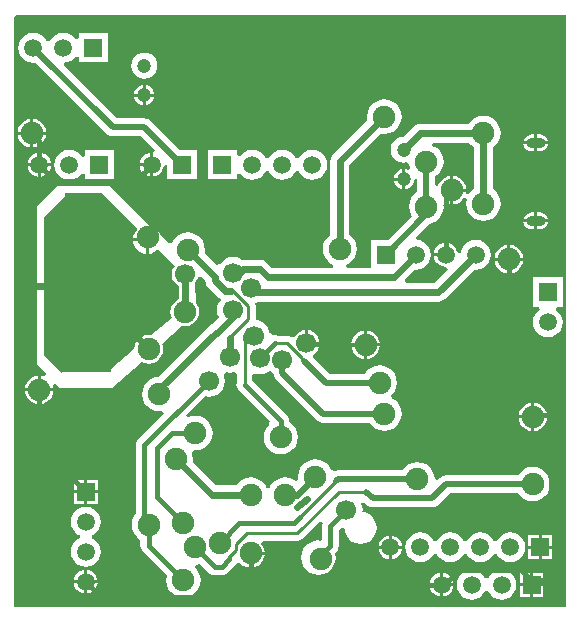
<source format=gbl>
G04*
G04 #@! TF.GenerationSoftware,Altium Limited,Altium Designer,18.1.5 (160)*
G04*
G04 Layer_Physical_Order=2*
G04 Layer_Color=16711680*
%FSLAX25Y25*%
%MOIN*%
G70*
G01*
G75*
%ADD13C,0.01000*%
%ADD67C,0.01968*%
%ADD68C,0.01575*%
%ADD71C,0.00984*%
%ADD72R,0.05906X0.05906*%
%ADD73C,0.05906*%
%ADD74O,0.06299X0.03543*%
%ADD75C,0.04724*%
%ADD76R,0.05906X0.05906*%
%ADD78C,0.02362*%
%ADD79C,0.07480*%
%ADD80C,0.06693*%
G36*
X506500Y500500D02*
X685000D01*
Y303000D01*
X501000D01*
Y499864D01*
X501700Y500556D01*
X506500Y500500D01*
D02*
G37*
%LPC*%
G36*
X517500Y494464D02*
X516215Y494295D01*
X515018Y493799D01*
X513990Y493010D01*
X513201Y491982D01*
X513033Y491575D01*
X511967D01*
X511799Y491982D01*
X511010Y493010D01*
X509982Y493799D01*
X508785Y494295D01*
X507500Y494464D01*
X506215Y494295D01*
X505018Y493799D01*
X503990Y493010D01*
X503201Y491982D01*
X502705Y490785D01*
X502536Y489500D01*
X502705Y488215D01*
X503201Y487018D01*
X503990Y485990D01*
X505018Y485201D01*
X506215Y484705D01*
X507500Y484536D01*
X508164Y484624D01*
X531894Y460894D01*
X532511Y460421D01*
X533229Y460123D01*
X534000Y460022D01*
X534000Y460022D01*
X543266D01*
X547931Y455357D01*
X547500Y454483D01*
Y450500D01*
Y446579D01*
X548032Y446649D01*
X548993Y447047D01*
X549819Y447681D01*
X550453Y448507D01*
X550851Y449468D01*
X550921Y450004D01*
X551891Y450530D01*
X551937Y450531D01*
X552079Y450443D01*
Y445579D01*
X561921D01*
Y455421D01*
X556291D01*
X546606Y465106D01*
X545989Y465579D01*
X545271Y465877D01*
X544500Y465978D01*
X535234D01*
X517649Y483563D01*
X518002Y484602D01*
X518785Y484705D01*
X519982Y485201D01*
X521010Y485990D01*
X521594Y486752D01*
X522579Y486418D01*
Y484579D01*
X532421D01*
Y494421D01*
X522579D01*
Y492582D01*
X521594Y492248D01*
X521010Y493010D01*
X519982Y493799D01*
X518785Y494295D01*
X517500Y494464D01*
D02*
G37*
G36*
X544500Y487868D02*
X543369Y487719D01*
X542316Y487283D01*
X541411Y486589D01*
X540717Y485684D01*
X540281Y484630D01*
X540132Y483500D01*
X540281Y482370D01*
X540717Y481316D01*
X541411Y480411D01*
X542316Y479717D01*
X543369Y479281D01*
X544500Y479132D01*
X545631Y479281D01*
X546684Y479717D01*
X547589Y480411D01*
X548283Y481316D01*
X548719Y482370D01*
X548868Y483500D01*
X548719Y484630D01*
X548283Y485684D01*
X547589Y486589D01*
X546684Y487283D01*
X545631Y487719D01*
X544500Y487868D01*
D02*
G37*
G36*
X545000Y476983D02*
Y474157D01*
X547825D01*
X547776Y474535D01*
X547437Y475353D01*
X546898Y476055D01*
X546196Y476594D01*
X545378Y476933D01*
X545000Y476983D01*
D02*
G37*
G36*
X544000D02*
X543622Y476933D01*
X542804Y476594D01*
X542102Y476055D01*
X541563Y475353D01*
X541224Y474535D01*
X541175Y474157D01*
X544000D01*
Y476983D01*
D02*
G37*
G36*
X547825Y473158D02*
X545000D01*
Y470332D01*
X545378Y470382D01*
X546196Y470721D01*
X546898Y471259D01*
X547437Y471962D01*
X547776Y472780D01*
X547825Y473158D01*
D02*
G37*
G36*
X544000D02*
X541175D01*
X541224Y472780D01*
X541563Y471962D01*
X542102Y471259D01*
X542804Y470721D01*
X543622Y470382D01*
X544000Y470332D01*
Y473158D01*
D02*
G37*
G36*
X507500Y465715D02*
Y461500D01*
X511715D01*
X511618Y462237D01*
X511140Y463390D01*
X510381Y464381D01*
X509390Y465140D01*
X508237Y465618D01*
X507500Y465715D01*
D02*
G37*
G36*
X506500D02*
X505763Y465618D01*
X504609Y465140D01*
X503619Y464381D01*
X502859Y463390D01*
X502382Y462237D01*
X502285Y461500D01*
X506500D01*
Y465715D01*
D02*
G37*
G36*
X676378Y460563D02*
X675500D01*
Y458268D01*
X679108D01*
X679078Y458491D01*
X678799Y459165D01*
X678355Y459745D01*
X677776Y460189D01*
X677102Y460468D01*
X676378Y460563D01*
D02*
G37*
G36*
X674500D02*
X673622D01*
X672898Y460468D01*
X672224Y460189D01*
X671645Y459745D01*
X671201Y459165D01*
X670922Y458491D01*
X670892Y458268D01*
X674500D01*
Y460563D01*
D02*
G37*
G36*
X511715Y460500D02*
X507500D01*
Y456285D01*
X508237Y456382D01*
X509390Y456859D01*
X510381Y457619D01*
X511140Y458609D01*
X511618Y459763D01*
X511715Y460500D01*
D02*
G37*
G36*
X506500D02*
X502285D01*
X502382Y459763D01*
X502859Y458609D01*
X503619Y457619D01*
X504609Y456859D01*
X505763Y456382D01*
X506500Y456285D01*
Y460500D01*
D02*
G37*
G36*
X679108Y457268D02*
X675500D01*
Y454972D01*
X676378D01*
X677102Y455067D01*
X677776Y455347D01*
X678355Y455791D01*
X678799Y456370D01*
X679078Y457044D01*
X679108Y457268D01*
D02*
G37*
G36*
X674500D02*
X670892D01*
X670922Y457044D01*
X671201Y456370D01*
X671645Y455791D01*
X672224Y455347D01*
X672898Y455067D01*
X673622Y454972D01*
X674500D01*
Y457268D01*
D02*
G37*
G36*
X600500Y455464D02*
X599215Y455295D01*
X598018Y454799D01*
X596990Y454010D01*
X596201Y452982D01*
X596033Y452575D01*
X594967D01*
X594799Y452982D01*
X594010Y454010D01*
X592982Y454799D01*
X591785Y455295D01*
X590500Y455464D01*
X589215Y455295D01*
X588018Y454799D01*
X586990Y454010D01*
X586201Y452982D01*
X586033Y452575D01*
X584967D01*
X584799Y452982D01*
X584010Y454010D01*
X582982Y454799D01*
X581785Y455295D01*
X580500Y455464D01*
X579215Y455295D01*
X578018Y454799D01*
X576990Y454010D01*
X576405Y453248D01*
X575421Y453582D01*
Y455421D01*
X565579D01*
Y445579D01*
X575421D01*
Y447418D01*
X576405Y447752D01*
X576990Y446990D01*
X578018Y446201D01*
X579215Y445705D01*
X580500Y445536D01*
X581785Y445705D01*
X582982Y446201D01*
X584010Y446990D01*
X584799Y448018D01*
X584967Y448425D01*
X586033D01*
X586201Y448018D01*
X586990Y446990D01*
X588018Y446201D01*
X589215Y445705D01*
X590500Y445536D01*
X591785Y445705D01*
X592982Y446201D01*
X594010Y446990D01*
X594799Y448018D01*
X594967Y448425D01*
X596033D01*
X596201Y448018D01*
X596990Y446990D01*
X598018Y446201D01*
X599215Y445705D01*
X600500Y445536D01*
X601785Y445705D01*
X602982Y446201D01*
X604010Y446990D01*
X604799Y448018D01*
X605295Y449215D01*
X605464Y450500D01*
X605295Y451785D01*
X604799Y452982D01*
X604010Y454010D01*
X602982Y454799D01*
X601785Y455295D01*
X600500Y455464D01*
D02*
G37*
G36*
X546500Y454421D02*
X545968Y454351D01*
X545007Y453953D01*
X544181Y453319D01*
X543547Y452493D01*
X543149Y451532D01*
X543079Y451000D01*
X546500D01*
Y454421D01*
D02*
G37*
G36*
X510000Y454382D02*
Y450961D01*
X513421D01*
X513351Y451493D01*
X512953Y452454D01*
X512319Y453280D01*
X511493Y453913D01*
X510532Y454312D01*
X510000Y454382D01*
D02*
G37*
G36*
X509000D02*
X508468Y454312D01*
X507507Y453913D01*
X506681Y453280D01*
X506047Y452454D01*
X505649Y451493D01*
X505579Y450961D01*
X509000D01*
Y454382D01*
D02*
G37*
G36*
X546500Y450000D02*
X543079D01*
X543149Y449468D01*
X543547Y448507D01*
X544181Y447681D01*
X545007Y447047D01*
X545968Y446649D01*
X546500Y446579D01*
Y450000D01*
D02*
G37*
G36*
X513421Y449961D02*
X510000D01*
Y446540D01*
X510532Y446610D01*
X511493Y447008D01*
X512319Y447642D01*
X512953Y448467D01*
X513351Y449429D01*
X513421Y449961D01*
D02*
G37*
G36*
X509000D02*
X505579D01*
X505649Y449429D01*
X506047Y448467D01*
X506681Y447642D01*
X507507Y447008D01*
X508468Y446610D01*
X509000Y446540D01*
Y449961D01*
D02*
G37*
G36*
X630500Y448983D02*
X630122Y448933D01*
X629304Y448594D01*
X628602Y448055D01*
X628063Y447353D01*
X627724Y446535D01*
X627675Y446158D01*
X630500D01*
Y448983D01*
D02*
G37*
G36*
X519500Y455424D02*
X518215Y455255D01*
X517018Y454759D01*
X515990Y453970D01*
X515201Y452943D01*
X514705Y451745D01*
X514536Y450461D01*
X514705Y449176D01*
X515201Y447979D01*
X515990Y446951D01*
X517018Y446162D01*
X518215Y445666D01*
X519500Y445497D01*
X520785Y445666D01*
X521982Y446162D01*
X523010Y446951D01*
X523595Y447713D01*
X524579Y447378D01*
Y445539D01*
X534421D01*
Y455382D01*
X524579D01*
Y453543D01*
X523595Y453209D01*
X523010Y453970D01*
X521982Y454759D01*
X520785Y455255D01*
X519500Y455424D01*
D02*
G37*
G36*
X647500Y446715D02*
Y442500D01*
X651715D01*
X651618Y443237D01*
X651140Y444390D01*
X650381Y445381D01*
X649391Y446140D01*
X648237Y446618D01*
X647500Y446715D01*
D02*
G37*
G36*
X630500Y445157D02*
X627675D01*
X627724Y444780D01*
X628063Y443962D01*
X628602Y443259D01*
X629304Y442721D01*
X630122Y442382D01*
X630500Y442332D01*
Y445157D01*
D02*
G37*
G36*
X624500Y472258D02*
X623010Y472062D01*
X621621Y471487D01*
X620429Y470572D01*
X619514Y469379D01*
X618938Y467990D01*
X618742Y466500D01*
X618889Y465382D01*
X607419Y453912D01*
X606914Y453254D01*
X606597Y452488D01*
X606489Y451665D01*
Y427222D01*
X605594Y426536D01*
X604679Y425344D01*
X604104Y423955D01*
X603907Y422465D01*
X604104Y420974D01*
X604679Y419586D01*
X605594Y418393D01*
X606786Y417478D01*
X607552Y417161D01*
X607356Y416177D01*
X587011D01*
X585340Y417849D01*
X584682Y418354D01*
X583916Y418671D01*
X583093Y418779D01*
X577472D01*
X577180Y418741D01*
X576759Y419064D01*
X575466Y419599D01*
X574079Y419782D01*
X572691Y419599D01*
X571398Y419064D01*
X570288Y418212D01*
X569659Y417391D01*
X568508Y417150D01*
X564611Y421047D01*
X564758Y422165D01*
X564562Y423656D01*
X563986Y425044D01*
X563071Y426237D01*
X561879Y427152D01*
X560490Y427727D01*
X559000Y427923D01*
X557510Y427727D01*
X556121Y427152D01*
X554928Y426237D01*
X554013Y425044D01*
X553809Y424551D01*
X552641Y424303D01*
X550131Y426693D01*
X550125Y426737D01*
X549647Y427890D01*
X548887Y428881D01*
X547897Y429640D01*
X546744Y430118D01*
X546499Y430150D01*
X533000Y443000D01*
Y443259D01*
X515740D01*
X515500Y443500D01*
X508586Y436586D01*
Y383906D01*
X511713Y380780D01*
X511155Y379945D01*
X510737Y380118D01*
X510000Y380215D01*
Y376000D01*
X514215D01*
X514118Y376737D01*
X513945Y377155D01*
X514780Y377713D01*
X516336Y376156D01*
Y376000D01*
X533795D01*
X543712Y384817D01*
X544763Y384382D01*
X546000Y384219D01*
X547237Y384382D01*
X548390Y384859D01*
X549381Y385619D01*
X550140Y386610D01*
X550618Y387763D01*
X550781Y389000D01*
X550618Y390237D01*
X550400Y390764D01*
X557214Y396822D01*
X558000Y396719D01*
X559237Y396882D01*
X560391Y397359D01*
X561381Y398119D01*
X562141Y399110D01*
X562618Y400263D01*
X562781Y401500D01*
X562618Y402737D01*
X562141Y403891D01*
X561790Y404347D01*
X561530Y411460D01*
X561797Y411808D01*
X562235Y412865D01*
X562256Y413025D01*
X563295Y413378D01*
X564803Y411870D01*
X564908Y411071D01*
X565225Y410305D01*
X565730Y409647D01*
X569305Y406073D01*
X569963Y405568D01*
X569982Y405495D01*
X569357Y404680D01*
X568822Y403387D01*
X568639Y402000D01*
X568822Y400612D01*
X569240Y399602D01*
X566996Y397358D01*
X566831Y397290D01*
X566173Y396785D01*
X549092Y379704D01*
X548010Y379562D01*
X546621Y378987D01*
X545429Y378071D01*
X544514Y376879D01*
X543938Y375490D01*
X543742Y374000D01*
X543938Y372510D01*
X544514Y371121D01*
X545429Y369929D01*
X546621Y369014D01*
X548010Y368438D01*
X549500Y368242D01*
X550558Y368381D01*
X551018Y367449D01*
X542534Y358965D01*
X542093Y358390D01*
X541815Y357719D01*
X541720Y357000D01*
Y334300D01*
X541013Y333379D01*
X540438Y331990D01*
X540242Y330500D01*
X540438Y329010D01*
X541013Y327621D01*
X541928Y326429D01*
X543121Y325514D01*
X543220Y325472D01*
Y323500D01*
X543315Y322781D01*
X543593Y322110D01*
X544034Y321534D01*
X551979Y313590D01*
X551938Y313490D01*
X551742Y312000D01*
X551938Y310510D01*
X552514Y309121D01*
X553429Y307928D01*
X554621Y307014D01*
X556010Y306438D01*
X557500Y306242D01*
X558990Y306438D01*
X560379Y307014D01*
X561572Y307928D01*
X562487Y309121D01*
X563062Y310510D01*
X563258Y312000D01*
X563062Y313490D01*
X562487Y314879D01*
X561572Y316072D01*
X561377Y316220D01*
X561439Y316712D01*
X561691Y317220D01*
X562990Y317391D01*
X563090Y317432D01*
X565987Y314534D01*
X566563Y314093D01*
X567233Y313815D01*
X567953Y313720D01*
X570284D01*
X571003Y313815D01*
X571673Y314093D01*
X572249Y314534D01*
X574830Y317115D01*
X575272Y317691D01*
X576393Y317827D01*
X576553Y317619D01*
X577543Y316860D01*
X578696Y316382D01*
X579434Y316285D01*
Y321000D01*
X579934D01*
Y321500D01*
X584649D01*
X584552Y322237D01*
X584074Y323391D01*
X583541Y324085D01*
X583940Y325070D01*
X595425D01*
X596388Y325261D01*
X597205Y325807D01*
X603135Y331738D01*
X603970Y331180D01*
X603815Y330806D01*
X603720Y330087D01*
Y325844D01*
X602980Y325195D01*
X602500Y325258D01*
X601010Y325062D01*
X599621Y324486D01*
X598428Y323571D01*
X597513Y322379D01*
X596938Y320990D01*
X596742Y319500D01*
X596938Y318010D01*
X597513Y316621D01*
X598428Y315428D01*
X599621Y314513D01*
X601010Y313938D01*
X602500Y313742D01*
X603990Y313938D01*
X605379Y314513D01*
X606571Y315428D01*
X607486Y316621D01*
X608062Y318010D01*
X608258Y319500D01*
X608062Y320990D01*
X608021Y321090D01*
X608465Y321534D01*
X608907Y322110D01*
X609185Y322781D01*
X609280Y323500D01*
Y328662D01*
X610062Y329423D01*
X611035Y329385D01*
X611263Y329131D01*
X611397Y328113D01*
X611932Y326820D01*
X612784Y325709D01*
X613894Y324857D01*
X615187Y324322D01*
X616575Y324139D01*
X617962Y324322D01*
X619255Y324857D01*
X620365Y325709D01*
X621217Y326820D01*
X621753Y328113D01*
X621936Y329500D01*
X621753Y330888D01*
X621217Y332180D01*
X620365Y333291D01*
X619255Y334143D01*
X617962Y334678D01*
X617180Y334781D01*
X617274Y335500D01*
X617092Y336888D01*
X616796Y337600D01*
X617631Y338157D01*
X618532Y337256D01*
X619149Y336783D01*
X619867Y336486D01*
X620638Y336384D01*
X640516D01*
X641287Y336486D01*
X642005Y336783D01*
X642622Y337256D01*
X646387Y341022D01*
X669090D01*
X669929Y339929D01*
X671121Y339014D01*
X672510Y338438D01*
X674000Y338242D01*
X675490Y338438D01*
X676879Y339014D01*
X678071Y339929D01*
X678987Y341121D01*
X679562Y342510D01*
X679758Y344000D01*
X679562Y345490D01*
X678987Y346879D01*
X678071Y348072D01*
X676879Y348987D01*
X675490Y349562D01*
X674000Y349758D01*
X672510Y349562D01*
X671121Y348987D01*
X669929Y348072D01*
X669090Y346978D01*
X645154D01*
X645154Y346978D01*
X644383Y346877D01*
X643665Y346579D01*
X643048Y346106D01*
X643048Y346106D01*
X642197Y345255D01*
X641378Y345610D01*
X641253Y345703D01*
X641062Y347152D01*
X640486Y348540D01*
X639572Y349733D01*
X638379Y350648D01*
X636990Y351223D01*
X635500Y351419D01*
X634010Y351223D01*
X632621Y350648D01*
X631428Y349733D01*
X630590Y348640D01*
X609162D01*
X609161Y348640D01*
X608776Y348589D01*
X608391Y348538D01*
X607971Y348364D01*
X607075Y348577D01*
X606740Y348766D01*
X606487Y349379D01*
X605572Y350571D01*
X604379Y351486D01*
X602990Y352062D01*
X601500Y352258D01*
X600010Y352062D01*
X598621Y351486D01*
X597429Y350571D01*
X596514Y349379D01*
X595938Y347990D01*
X595742Y346500D01*
X595862Y345589D01*
X595097Y344935D01*
X594379Y345486D01*
X592990Y346062D01*
X591500Y346258D01*
X590010Y346062D01*
X588621Y345486D01*
X587429Y344571D01*
X586514Y343379D01*
X586283Y342822D01*
X585217D01*
X584986Y343379D01*
X584071Y344571D01*
X582879Y345486D01*
X581490Y346062D01*
X580000Y346258D01*
X578510Y346062D01*
X577121Y345486D01*
X575928Y344571D01*
X575242Y343677D01*
X568316D01*
X560611Y351382D01*
X560758Y352500D01*
X560562Y353990D01*
X560394Y354395D01*
X561086Y355297D01*
X561500Y355242D01*
X562990Y355438D01*
X564379Y356013D01*
X565571Y356928D01*
X566487Y358121D01*
X567062Y359510D01*
X567258Y361000D01*
X567062Y362490D01*
X566487Y363879D01*
X565571Y365072D01*
X564379Y365986D01*
X562990Y366562D01*
X561500Y366758D01*
X560010Y366562D01*
X558943Y366120D01*
X558385Y366954D01*
X564737Y373306D01*
X566000Y373139D01*
X567387Y373322D01*
X568680Y373857D01*
X569791Y374709D01*
X570643Y375820D01*
X571178Y377113D01*
X571361Y378500D01*
X571178Y379888D01*
X570904Y380550D01*
X571521Y381222D01*
X571652Y381317D01*
X573000Y381139D01*
X574388Y381322D01*
X574665Y381437D01*
X575483Y380890D01*
Y378287D01*
X575315Y377881D01*
X575220Y377161D01*
X575315Y376442D01*
X575593Y375772D01*
X576034Y375196D01*
X586288Y364942D01*
X586224Y363960D01*
X585928Y363733D01*
X585013Y362540D01*
X584438Y361152D01*
X584242Y359661D01*
X584438Y358171D01*
X585013Y356783D01*
X585928Y355590D01*
X587121Y354675D01*
X588510Y354100D01*
X590000Y353904D01*
X591490Y354100D01*
X592879Y354675D01*
X594071Y355590D01*
X594986Y356783D01*
X595562Y358171D01*
X595758Y359661D01*
X595562Y361152D01*
X594986Y362540D01*
X594071Y363733D01*
X592879Y364648D01*
X592780Y364689D01*
Y365161D01*
X592685Y365881D01*
X592407Y366551D01*
X591965Y367127D01*
X580517Y378576D01*
Y380390D01*
X581335Y380937D01*
X581612Y380822D01*
X583000Y380639D01*
X584387Y380822D01*
X585680Y381357D01*
X586498Y381985D01*
X586709Y381709D01*
X587522Y381086D01*
Y381000D01*
X587623Y380229D01*
X587921Y379511D01*
X588394Y378894D01*
X601894Y365394D01*
X601894Y365394D01*
X602511Y364921D01*
X603229Y364623D01*
X604000Y364522D01*
X619590D01*
X620429Y363428D01*
X621621Y362513D01*
X623010Y361938D01*
X624500Y361742D01*
X625990Y361938D01*
X627379Y362513D01*
X628572Y363428D01*
X629487Y364621D01*
X630062Y366010D01*
X630258Y367500D01*
X630062Y368990D01*
X629487Y370379D01*
X628572Y371571D01*
X627379Y372486D01*
X626960Y372660D01*
X626831Y373636D01*
X626997Y373763D01*
X627912Y374956D01*
X628487Y376344D01*
X628683Y377835D01*
X628487Y379325D01*
X627912Y380714D01*
X626997Y381906D01*
X625804Y382821D01*
X624415Y383396D01*
X622925Y383593D01*
X621435Y383396D01*
X620046Y382821D01*
X618854Y381906D01*
X618015Y380813D01*
X606351D01*
X600857Y386306D01*
X601066Y387490D01*
X601600Y387900D01*
X602297Y388808D01*
X602735Y389865D01*
X602818Y390500D01*
X598500D01*
Y391000D01*
X598000D01*
Y395318D01*
X597365Y395235D01*
X596308Y394797D01*
X595400Y394100D01*
X594703Y393192D01*
X594643Y393045D01*
X593523Y392915D01*
X592910Y393325D01*
X591947Y393517D01*
X589125D01*
X588719Y393685D01*
X588000Y393780D01*
X587328Y393691D01*
X587272Y393690D01*
X586252Y394324D01*
X586178Y394887D01*
X585643Y396180D01*
X584791Y397291D01*
X583680Y398143D01*
X582387Y398678D01*
X582019Y398727D01*
X581709Y399160D01*
Y403472D01*
X581529Y404380D01*
X582598Y404823D01*
X642500D01*
X643322Y404931D01*
X644088Y405249D01*
X644746Y405754D01*
X654584Y415591D01*
X655000Y415536D01*
X656285Y415705D01*
X657482Y416201D01*
X658510Y416990D01*
X659299Y418018D01*
X659795Y419215D01*
X659964Y420500D01*
X659795Y421785D01*
X659299Y422982D01*
X658510Y424010D01*
X657482Y424799D01*
X656285Y425295D01*
X655000Y425464D01*
X653715Y425295D01*
X652518Y424799D01*
X651490Y424010D01*
X650701Y422982D01*
X650205Y421785D01*
X650089Y420896D01*
X649941Y420795D01*
X648888Y421263D01*
X648886Y421269D01*
X648851Y421532D01*
X648453Y422493D01*
X647819Y423319D01*
X646993Y423953D01*
X646032Y424351D01*
X645500Y424421D01*
Y420500D01*
X645000D01*
Y420000D01*
X641079D01*
X641149Y419468D01*
X641547Y418507D01*
X642181Y417681D01*
X643007Y417047D01*
X643968Y416649D01*
X645000Y416513D01*
X645148Y416533D01*
X645608Y415600D01*
X641184Y411177D01*
X631651D01*
X631275Y412086D01*
X634757Y415568D01*
X635000Y415536D01*
X636285Y415705D01*
X637482Y416201D01*
X638510Y416990D01*
X639299Y418018D01*
X639795Y419215D01*
X639964Y420500D01*
X639795Y421785D01*
X639299Y422982D01*
X638510Y424010D01*
X637482Y424799D01*
X636285Y425295D01*
X635501Y425398D01*
X635149Y426437D01*
X639599Y430887D01*
X639990Y430938D01*
X641379Y431514D01*
X642571Y432429D01*
X643486Y433621D01*
X644062Y435010D01*
X644258Y436500D01*
X644194Y436989D01*
X645098Y437657D01*
X645763Y437382D01*
X646500Y437285D01*
Y442000D01*
Y446715D01*
X645763Y446618D01*
X644609Y446140D01*
X643619Y445381D01*
X642860Y444390D01*
X642462Y443432D01*
X641478Y443628D01*
Y446590D01*
X642571Y447429D01*
X643486Y448621D01*
X644062Y450010D01*
X644258Y451500D01*
X644062Y452990D01*
X643486Y454379D01*
X642571Y455572D01*
X641379Y456487D01*
X640528Y456839D01*
X640724Y457823D01*
X652742D01*
X653429Y456928D01*
X654323Y456242D01*
Y442258D01*
X653429Y441572D01*
X652514Y440379D01*
X651618Y440763D01*
X651715Y441500D01*
X647500D01*
Y437285D01*
X648237Y437382D01*
X649391Y437859D01*
X650381Y438619D01*
X651140Y439609D01*
X652031Y439214D01*
X651938Y438990D01*
X651742Y437500D01*
X651938Y436010D01*
X652514Y434621D01*
X653429Y433428D01*
X654621Y432514D01*
X656010Y431938D01*
X657500Y431742D01*
X658990Y431938D01*
X660379Y432514D01*
X661572Y433428D01*
X662487Y434621D01*
X663062Y436010D01*
X663258Y437500D01*
X663062Y438990D01*
X662487Y440379D01*
X661572Y441572D01*
X660677Y442258D01*
Y456242D01*
X661572Y456928D01*
X662487Y458121D01*
X663062Y459510D01*
X663258Y461000D01*
X663062Y462490D01*
X662487Y463879D01*
X661572Y465071D01*
X660379Y465986D01*
X658990Y466562D01*
X657500Y466758D01*
X656010Y466562D01*
X654621Y465986D01*
X653429Y465071D01*
X652742Y464177D01*
X636500D01*
X635678Y464069D01*
X634912Y463751D01*
X634254Y463246D01*
X630857Y459849D01*
X629870Y459719D01*
X628816Y459283D01*
X627911Y458589D01*
X627217Y457684D01*
X626781Y456631D01*
X626632Y455500D01*
X626781Y454369D01*
X627217Y453316D01*
X627911Y452411D01*
X628816Y451717D01*
X629870Y451281D01*
X631000Y451132D01*
X631869Y451246D01*
X632130Y451281D01*
X632871Y450522D01*
X632938Y450010D01*
X633189Y449403D01*
X633141Y449324D01*
X632410Y448713D01*
X631878Y448933D01*
X631500Y448983D01*
Y445657D01*
Y442332D01*
X631878Y442382D01*
X632696Y442721D01*
X633398Y443259D01*
X633937Y443962D01*
X634276Y444780D01*
X634363Y445446D01*
X634899Y445880D01*
X635330Y446068D01*
X635475Y445997D01*
X635522Y445932D01*
Y441410D01*
X634429Y440571D01*
X633513Y439379D01*
X632938Y437990D01*
X632742Y436500D01*
X632938Y435010D01*
X633513Y433621D01*
X633685Y433397D01*
X625709Y425421D01*
X620079D01*
Y416177D01*
X611975D01*
X611779Y417161D01*
X612544Y417478D01*
X613737Y418393D01*
X614652Y419586D01*
X615227Y420974D01*
X615423Y422465D01*
X615227Y423955D01*
X614652Y425344D01*
X613737Y426536D01*
X612842Y427222D01*
Y450350D01*
X623382Y460889D01*
X624500Y460742D01*
X625990Y460938D01*
X627379Y461514D01*
X628572Y462429D01*
X629487Y463621D01*
X630062Y465010D01*
X630258Y466500D01*
X630062Y467990D01*
X629487Y469379D01*
X628572Y470572D01*
X627379Y471487D01*
X625990Y472062D01*
X624500Y472258D01*
D02*
G37*
G36*
X676378Y434579D02*
X675500D01*
Y432283D01*
X679108D01*
X679078Y432507D01*
X678799Y433181D01*
X678355Y433760D01*
X677776Y434204D01*
X677102Y434484D01*
X676378Y434579D01*
D02*
G37*
G36*
X674500D02*
X673622D01*
X672898Y434484D01*
X672224Y434204D01*
X671645Y433760D01*
X671201Y433181D01*
X670922Y432507D01*
X670892Y432283D01*
X674500D01*
Y434579D01*
D02*
G37*
G36*
X679108Y431283D02*
X675500D01*
Y428988D01*
X676378D01*
X677102Y429083D01*
X677776Y429362D01*
X678355Y429807D01*
X678799Y430386D01*
X679078Y431060D01*
X679108Y431283D01*
D02*
G37*
G36*
X674500D02*
X670892D01*
X670922Y431060D01*
X671201Y430386D01*
X671645Y429807D01*
X672224Y429362D01*
X672898Y429083D01*
X673622Y428988D01*
X674500D01*
Y431283D01*
D02*
G37*
G36*
X644500Y424421D02*
X643968Y424351D01*
X643007Y423953D01*
X642181Y423319D01*
X641547Y422493D01*
X641149Y421532D01*
X641079Y421000D01*
X644500D01*
Y424421D01*
D02*
G37*
G36*
X666500Y423715D02*
Y419500D01*
X670715D01*
X670618Y420237D01*
X670141Y421390D01*
X669381Y422381D01*
X668391Y423140D01*
X667237Y423618D01*
X666500Y423715D01*
D02*
G37*
G36*
X665500D02*
X664763Y423618D01*
X663610Y423140D01*
X662619Y422381D01*
X661860Y421390D01*
X661382Y420237D01*
X661285Y419500D01*
X665500D01*
Y423715D01*
D02*
G37*
G36*
X670715Y418500D02*
X666500D01*
Y414285D01*
X667237Y414382D01*
X668391Y414859D01*
X669381Y415619D01*
X670141Y416609D01*
X670618Y417763D01*
X670715Y418500D01*
D02*
G37*
G36*
X665500D02*
X661285D01*
X661382Y417763D01*
X661860Y416609D01*
X662619Y415619D01*
X663610Y414859D01*
X664763Y414382D01*
X665500Y414285D01*
Y418500D01*
D02*
G37*
G36*
X683921Y412921D02*
X674079D01*
Y403079D01*
X675918D01*
X676252Y402095D01*
X675490Y401510D01*
X674701Y400482D01*
X674205Y399285D01*
X674036Y398000D01*
X674205Y396715D01*
X674701Y395518D01*
X675490Y394490D01*
X676518Y393701D01*
X677715Y393205D01*
X679000Y393036D01*
X680285Y393205D01*
X681482Y393701D01*
X682510Y394490D01*
X683299Y395518D01*
X683795Y396715D01*
X683964Y398000D01*
X683795Y399285D01*
X683299Y400482D01*
X682510Y401510D01*
X681748Y402095D01*
X682082Y403079D01*
X683921D01*
Y412921D01*
D02*
G37*
G36*
X599000Y395318D02*
Y391500D01*
X602818D01*
X602735Y392135D01*
X602297Y393192D01*
X601600Y394100D01*
X600692Y394797D01*
X599635Y395235D01*
X599000Y395318D01*
D02*
G37*
G36*
X618736Y395215D02*
Y391000D01*
X622951D01*
X622854Y391737D01*
X622377Y392891D01*
X621617Y393881D01*
X620627Y394640D01*
X619474Y395118D01*
X618736Y395215D01*
D02*
G37*
G36*
X617736D02*
X616999Y395118D01*
X615846Y394640D01*
X614855Y393881D01*
X614096Y392891D01*
X613618Y391737D01*
X613521Y391000D01*
X617736D01*
Y395215D01*
D02*
G37*
G36*
X622951Y390000D02*
X618736D01*
Y385785D01*
X619474Y385882D01*
X620627Y386360D01*
X621617Y387119D01*
X622377Y388109D01*
X622854Y389263D01*
X622951Y390000D01*
D02*
G37*
G36*
X617736D02*
X613521D01*
X613618Y389263D01*
X614096Y388109D01*
X614855Y387119D01*
X615846Y386360D01*
X616999Y385882D01*
X617736Y385785D01*
Y390000D01*
D02*
G37*
G36*
X509000Y380215D02*
X508263Y380118D01*
X507109Y379641D01*
X506119Y378881D01*
X505360Y377890D01*
X504882Y376737D01*
X504785Y376000D01*
X509000D01*
Y380215D01*
D02*
G37*
G36*
X514215Y375000D02*
X510000D01*
Y370785D01*
X510737Y370882D01*
X511891Y371359D01*
X512881Y372119D01*
X513640Y373110D01*
X514118Y374263D01*
X514215Y375000D01*
D02*
G37*
G36*
X509000D02*
X504785D01*
X504882Y374263D01*
X505360Y373110D01*
X506119Y372119D01*
X507109Y371359D01*
X508263Y370882D01*
X509000Y370785D01*
Y375000D01*
D02*
G37*
G36*
X674500Y371215D02*
Y367000D01*
X678715D01*
X678618Y367737D01*
X678140Y368891D01*
X677381Y369881D01*
X676391Y370640D01*
X675237Y371118D01*
X674500Y371215D01*
D02*
G37*
G36*
X673500D02*
X672763Y371118D01*
X671609Y370640D01*
X670619Y369881D01*
X669860Y368891D01*
X669382Y367737D01*
X669285Y367000D01*
X673500D01*
Y371215D01*
D02*
G37*
G36*
X678715Y366000D02*
X674500D01*
Y361785D01*
X675237Y361882D01*
X676391Y362359D01*
X677381Y363119D01*
X678140Y364109D01*
X678618Y365263D01*
X678715Y366000D01*
D02*
G37*
G36*
X673500D02*
X669285D01*
X669382Y365263D01*
X669860Y364109D01*
X670619Y363119D01*
X671609Y362359D01*
X672763Y361882D01*
X673500Y361785D01*
Y366000D01*
D02*
G37*
G36*
X528953Y345453D02*
X525500D01*
Y342000D01*
X528953D01*
Y345453D01*
D02*
G37*
G36*
X524500D02*
X521047D01*
Y342000D01*
X524500D01*
Y345453D01*
D02*
G37*
G36*
X528953Y341000D02*
X525500D01*
Y337547D01*
X528953D01*
Y341000D01*
D02*
G37*
G36*
X524500D02*
X521047D01*
Y337547D01*
X524500D01*
Y341000D01*
D02*
G37*
G36*
X666500Y327917D02*
X665215Y327747D01*
X664018Y327252D01*
X662990Y326463D01*
X662201Y325435D01*
X662033Y325028D01*
X660967D01*
X660799Y325435D01*
X660010Y326463D01*
X658982Y327252D01*
X657785Y327747D01*
X656500Y327917D01*
X655215Y327747D01*
X654018Y327252D01*
X652990Y326463D01*
X652201Y325435D01*
X652033Y325028D01*
X650967D01*
X650799Y325435D01*
X650010Y326463D01*
X648982Y327252D01*
X647785Y327747D01*
X646500Y327917D01*
X645215Y327747D01*
X644018Y327252D01*
X642990Y326463D01*
X642201Y325435D01*
X642033Y325028D01*
X640967D01*
X640799Y325435D01*
X640010Y326463D01*
X638982Y327252D01*
X637785Y327747D01*
X636500Y327917D01*
X635215Y327747D01*
X634018Y327252D01*
X632990Y326463D01*
X632201Y325435D01*
X631705Y324237D01*
X631536Y322953D01*
X631705Y321668D01*
X632201Y320471D01*
X632990Y319443D01*
X634018Y318654D01*
X635215Y318158D01*
X636500Y317989D01*
X637785Y318158D01*
X638982Y318654D01*
X640010Y319443D01*
X640799Y320471D01*
X640967Y320878D01*
X642033D01*
X642201Y320471D01*
X642990Y319443D01*
X644018Y318654D01*
X645215Y318158D01*
X646500Y317989D01*
X647785Y318158D01*
X648982Y318654D01*
X650010Y319443D01*
X650799Y320471D01*
X650967Y320878D01*
X652033D01*
X652201Y320471D01*
X652990Y319443D01*
X654018Y318654D01*
X655215Y318158D01*
X656500Y317989D01*
X657785Y318158D01*
X658982Y318654D01*
X660010Y319443D01*
X660799Y320471D01*
X660967Y320878D01*
X662033D01*
X662201Y320471D01*
X662990Y319443D01*
X664018Y318654D01*
X665215Y318158D01*
X666500Y317989D01*
X667785Y318158D01*
X668982Y318654D01*
X670010Y319443D01*
X670799Y320471D01*
X671295Y321668D01*
X671464Y322953D01*
X671295Y324237D01*
X670799Y325435D01*
X670010Y326463D01*
X668982Y327252D01*
X667785Y327747D01*
X666500Y327917D01*
D02*
G37*
G36*
X680453Y326905D02*
X677000D01*
Y323453D01*
X680453D01*
Y326905D01*
D02*
G37*
G36*
X627000Y326874D02*
Y323453D01*
X630421D01*
X630351Y323985D01*
X629953Y324946D01*
X629319Y325772D01*
X628493Y326406D01*
X627532Y326804D01*
X627000Y326874D01*
D02*
G37*
G36*
X626000D02*
X625468Y326804D01*
X624507Y326406D01*
X623681Y325772D01*
X623047Y324946D01*
X622649Y323985D01*
X622579Y323453D01*
X626000D01*
Y326874D01*
D02*
G37*
G36*
X676000Y326905D02*
X672547D01*
Y323453D01*
X676000D01*
Y326905D01*
D02*
G37*
G36*
X630421Y322453D02*
X627000D01*
Y319032D01*
X627532Y319102D01*
X628493Y319500D01*
X629319Y320134D01*
X629953Y320959D01*
X630351Y321921D01*
X630421Y322453D01*
D02*
G37*
G36*
X626000D02*
X622579D01*
X622649Y321921D01*
X623047Y320959D01*
X623681Y320134D01*
X624507Y319500D01*
X625468Y319102D01*
X626000Y319032D01*
Y322453D01*
D02*
G37*
G36*
X680453D02*
X677000D01*
Y319000D01*
X680453D01*
Y322453D01*
D02*
G37*
G36*
X676000D02*
X672547D01*
Y319000D01*
X676000D01*
Y322453D01*
D02*
G37*
G36*
X525000Y336464D02*
X523715Y336295D01*
X522518Y335799D01*
X521490Y335010D01*
X520701Y333982D01*
X520205Y332785D01*
X520036Y331500D01*
X520205Y330215D01*
X520701Y329018D01*
X521490Y327990D01*
X522518Y327201D01*
X522925Y327033D01*
Y325967D01*
X522518Y325799D01*
X521490Y325010D01*
X520701Y323982D01*
X520205Y322785D01*
X520036Y321500D01*
X520205Y320215D01*
X520701Y319018D01*
X521490Y317990D01*
X522518Y317201D01*
X523715Y316705D01*
X525000Y316536D01*
X526285Y316705D01*
X527482Y317201D01*
X528510Y317990D01*
X529299Y319018D01*
X529795Y320215D01*
X529964Y321500D01*
X529795Y322785D01*
X529299Y323982D01*
X528510Y325010D01*
X527482Y325799D01*
X527075Y325967D01*
Y327033D01*
X527482Y327201D01*
X528510Y327990D01*
X529299Y329018D01*
X529795Y330215D01*
X529964Y331500D01*
X529795Y332785D01*
X529299Y333982D01*
X528510Y335010D01*
X527482Y335799D01*
X526285Y336295D01*
X525000Y336464D01*
D02*
G37*
G36*
X584649Y320500D02*
X580434D01*
Y316285D01*
X581171Y316382D01*
X582324Y316860D01*
X583315Y317619D01*
X584074Y318609D01*
X584552Y319763D01*
X584649Y320500D01*
D02*
G37*
G36*
X663575Y315464D02*
X662290Y315295D01*
X661093Y314799D01*
X660065Y314010D01*
X659276Y312982D01*
X659107Y312575D01*
X658042D01*
X657873Y312982D01*
X657085Y314010D01*
X656057Y314799D01*
X654859Y315295D01*
X653575Y315464D01*
X652290Y315295D01*
X651093Y314799D01*
X650065Y314010D01*
X649276Y312982D01*
X648780Y311785D01*
X648611Y310500D01*
X648780Y309215D01*
X649276Y308018D01*
X650065Y306990D01*
X651093Y306201D01*
X652290Y305705D01*
X653575Y305536D01*
X654859Y305705D01*
X656057Y306201D01*
X657085Y306990D01*
X657873Y308018D01*
X658042Y308425D01*
X659107D01*
X659276Y308018D01*
X660065Y306990D01*
X661093Y306201D01*
X662290Y305705D01*
X663575Y305536D01*
X664859Y305705D01*
X666057Y306201D01*
X667085Y306990D01*
X667873Y308018D01*
X668369Y309215D01*
X668539Y310500D01*
X668369Y311785D01*
X667873Y312982D01*
X667085Y314010D01*
X666057Y314799D01*
X664859Y315295D01*
X663575Y315464D01*
D02*
G37*
G36*
X525500Y315421D02*
Y312000D01*
X528921D01*
X528851Y312532D01*
X528453Y313493D01*
X527819Y314319D01*
X526993Y314953D01*
X526032Y315351D01*
X525500Y315421D01*
D02*
G37*
G36*
X524500D02*
X523968Y315351D01*
X523007Y314953D01*
X522181Y314319D01*
X521547Y313493D01*
X521149Y312532D01*
X521079Y312000D01*
X524500D01*
Y315421D01*
D02*
G37*
G36*
X677528Y314453D02*
X674075D01*
Y311000D01*
X677528D01*
Y314453D01*
D02*
G37*
G36*
X644075Y314421D02*
Y311000D01*
X647496D01*
X647426Y311532D01*
X647027Y312493D01*
X646394Y313319D01*
X645568Y313953D01*
X644607Y314351D01*
X644075Y314421D01*
D02*
G37*
G36*
X643075D02*
X642543Y314351D01*
X641581Y313953D01*
X640756Y313319D01*
X640122Y312493D01*
X639724Y311532D01*
X639654Y311000D01*
X643075D01*
Y314421D01*
D02*
G37*
G36*
X673075Y314453D02*
X669622D01*
Y311000D01*
X673075D01*
Y314453D01*
D02*
G37*
G36*
X528921Y311000D02*
X525500D01*
Y307579D01*
X526032Y307649D01*
X526993Y308047D01*
X527819Y308681D01*
X528453Y309507D01*
X528851Y310468D01*
X528921Y311000D01*
D02*
G37*
G36*
X524500D02*
X521079D01*
X521149Y310468D01*
X521547Y309507D01*
X522181Y308681D01*
X523007Y308047D01*
X523968Y307649D01*
X524500Y307579D01*
Y311000D01*
D02*
G37*
G36*
X647496Y310000D02*
X644075D01*
Y306579D01*
X644607Y306649D01*
X645568Y307047D01*
X646394Y307681D01*
X647027Y308507D01*
X647426Y309468D01*
X647496Y310000D01*
D02*
G37*
G36*
X643075D02*
X639654D01*
X639724Y309468D01*
X640122Y308507D01*
X640756Y307681D01*
X641581Y307047D01*
X642543Y306649D01*
X643075Y306579D01*
Y310000D01*
D02*
G37*
G36*
X677528D02*
X674075D01*
Y306547D01*
X677528D01*
Y310000D01*
D02*
G37*
G36*
X673075D02*
X669622D01*
Y306547D01*
X673075D01*
Y310000D01*
D02*
G37*
%LPD*%
G36*
X542156Y429344D02*
Y429344D01*
D01*
X542126Y428881D01*
Y428881D01*
D01*
X541366Y427890D01*
X540888Y426737D01*
X540791Y426000D01*
X545500D01*
X545507Y425993D01*
Y425500D01*
X546000D01*
X546007Y425493D01*
Y420785D01*
X546744Y420882D01*
X547897Y421359D01*
X548887Y422119D01*
D01*
X548887D01*
X549350Y422150D01*
X554683Y416817D01*
X554203Y416192D01*
X553765Y415135D01*
X553616Y414000D01*
X553765Y412865D01*
X554203Y411808D01*
X554900Y410900D01*
X555808Y410203D01*
X556085Y410088D01*
Y405838D01*
X555610Y405641D01*
X554619Y404881D01*
X553860Y403891D01*
X553382Y402737D01*
X553219Y401500D01*
X553382Y400263D01*
X553707Y399478D01*
X546796Y393676D01*
X546000Y393781D01*
X544763Y393618D01*
X543610Y393141D01*
X542619Y392381D01*
X541859Y391390D01*
X541382Y390237D01*
X541219Y389000D01*
X541220Y388995D01*
X533355Y382392D01*
Y381500D01*
X517417D01*
X517167Y381250D01*
X516917Y381000D01*
X511151Y386765D01*
X511000D01*
Y432847D01*
X518136Y439983D01*
Y441000D01*
X530500D01*
X542156Y429344D01*
D02*
G37*
%LPC*%
G36*
X545007Y425000D02*
X540791D01*
X540888Y424263D01*
X541366Y423109D01*
X542126Y422119D01*
X543116Y421359D01*
X544269Y420882D01*
X545007Y420785D01*
Y425000D01*
D02*
G37*
%LPD*%
D13*
X558000Y413701D02*
X558150Y413850D01*
X609339Y341500D02*
X618500D01*
X595425Y327587D02*
X609339Y341500D01*
X591947Y391000D02*
X596581Y386366D01*
X588000Y391000D02*
X591947D01*
X578000Y377161D02*
Y392500D01*
X598500Y391000D02*
X599000Y390500D01*
X573016Y392984D02*
X579192Y399160D01*
X557000Y402500D02*
X558000Y401500D01*
X579192Y399160D02*
Y403472D01*
X596586Y386366D02*
X597857Y385094D01*
X596581Y386366D02*
X596586D01*
X574906Y321906D02*
Y323906D01*
X572472Y319472D02*
X574906Y321906D01*
X578587Y327587D02*
X595425D01*
X574906Y323906D02*
X578587Y327587D01*
X596500Y333000D02*
X608500Y345000D01*
X635500D02*
Y345661D01*
X557500Y312000D02*
Y313000D01*
X558000Y414000D02*
Y414500D01*
Y414000D02*
X558150Y413850D01*
X599000Y390500D02*
X618236D01*
X557500Y328000D02*
Y331000D01*
X559000Y422165D02*
X559670D01*
X553500Y352500D02*
X555000D01*
X546000Y330500D02*
Y331500D01*
X563763Y378500D02*
X566000D01*
X574165Y408500D02*
X579192Y403472D01*
X573335Y408500D02*
X574165D01*
X653500Y420500D02*
X655000D01*
D67*
X620638Y339362D02*
X640516D01*
X618500Y341500D02*
X620638Y339362D01*
X590500Y381000D02*
Y385500D01*
X597857Y385094D02*
X605117Y377835D01*
X622925D01*
X590500Y381000D02*
X604000Y367500D01*
X624500D01*
X640516Y339362D02*
X645154Y344000D01*
X674000D01*
X608500Y345000D02*
X609161Y345661D01*
X635500D01*
X638500Y436500D02*
Y451500D01*
Y434000D02*
Y436500D01*
X625000Y420500D02*
X638500Y434000D01*
X544500Y463000D02*
X557000Y450500D01*
X534000Y463000D02*
X544500D01*
X507500Y489500D02*
X534000Y463000D01*
D68*
X673500Y312000D02*
X677575D01*
X673000D02*
X674500Y310500D01*
X672000Y312000D02*
X672500Y312500D01*
X603339Y319000D02*
Y320339D01*
X606500Y323500D01*
X580368Y310500D02*
X643575D01*
X606500Y330087D02*
X611779Y335366D01*
Y335500D01*
X550500Y376619D02*
Y376736D01*
Y375710D02*
Y376619D01*
X550855Y375355D02*
X551710Y374500D01*
X550045Y376164D02*
X550500Y375710D01*
X583000Y386000D02*
X588000Y391000D01*
X578000Y392500D02*
Y393454D01*
X578046Y393500D01*
X581000D01*
X574000Y400237D02*
Y402000D01*
X578000Y377161D02*
X590000Y365161D01*
Y359661D02*
Y365161D01*
X594500Y331000D02*
X596500Y333000D01*
X576154Y331000D02*
X594500D01*
X569654Y324500D02*
X576154Y331000D01*
X570284Y316500D02*
X572864Y319081D01*
X567953Y316500D02*
X570284D01*
X561500Y322953D02*
X567953Y316500D01*
X606500Y323500D02*
Y330087D01*
X546000Y323500D02*
X557500Y312000D01*
X546000Y323500D02*
Y330500D01*
X544500Y332000D02*
X546000Y330500D01*
X544500Y332000D02*
Y357000D01*
X566000Y378500D01*
X548688Y339812D02*
X557500Y331000D01*
X548688Y339812D02*
Y356041D01*
X553647Y361000D01*
X561500D01*
X674500Y367000D02*
X680000D01*
X666000Y398000D02*
X680000Y384000D01*
Y367000D02*
Y384000D01*
Y331606D02*
Y367000D01*
Y331606D02*
X683000Y328606D01*
X576500Y306500D02*
X580000Y310000D01*
X530000Y306500D02*
X576500D01*
X525000Y311500D02*
X530000Y306500D01*
X579934Y310066D02*
Y321000D01*
X674000Y366500D02*
X674500Y367000D01*
X673000Y312000D02*
X673500D01*
X673537Y311963D01*
X670000Y315500D02*
X673500Y312000D01*
X672000D02*
X673000D01*
X672500Y312500D02*
X673000Y312000D01*
X643575Y310500D02*
X644500D01*
X649500Y315500D02*
X670000D01*
X683000Y317425D02*
Y328606D01*
X677575Y312000D02*
X683000Y317425D01*
X579934Y310066D02*
X580368Y310500D01*
X579934Y310066D02*
X580000Y310000D01*
X644500Y310500D02*
X649500Y315500D01*
X509500Y357000D02*
X525000Y341500D01*
X509500Y357000D02*
Y375500D01*
Y450461D02*
X514961Y445000D01*
X541500D01*
X509500Y450461D02*
Y458500D01*
X507000Y461000D02*
X509500Y458500D01*
X541500Y445000D02*
X547000Y450500D01*
X645000Y420500D02*
Y440000D01*
X647000Y442000D01*
X666000Y398000D02*
Y419000D01*
D71*
X624500Y463669D02*
Y466500D01*
D72*
X625000Y420500D02*
D03*
X527500Y489500D02*
D03*
X673575Y310500D02*
D03*
X676500Y322953D02*
D03*
X557000Y450500D02*
D03*
X570500D02*
D03*
X529500Y450461D02*
D03*
D73*
X635000Y420500D02*
D03*
X645000D02*
D03*
X655000D02*
D03*
X517500Y489500D02*
D03*
X507500D02*
D03*
X663575Y310500D02*
D03*
X653575D02*
D03*
X643575D02*
D03*
X626500Y322953D02*
D03*
X636500D02*
D03*
X646500D02*
D03*
X656500D02*
D03*
X666500D02*
D03*
X679000Y398000D02*
D03*
X547000Y450500D02*
D03*
X600500D02*
D03*
X590500D02*
D03*
X580500D02*
D03*
X525000Y311500D02*
D03*
Y321500D02*
D03*
Y331500D02*
D03*
X519500Y450461D02*
D03*
X509500D02*
D03*
D74*
X675000Y457768D02*
D03*
Y431783D02*
D03*
D75*
X544500Y483500D02*
D03*
Y473658D02*
D03*
X631000Y455500D02*
D03*
Y445657D02*
D03*
D76*
X679000Y408000D02*
D03*
X525000Y341500D02*
D03*
D78*
X597399Y337945D02*
X598581Y339127D01*
X595537Y336463D02*
X596424Y337350D01*
X596805D01*
X597399Y337945D01*
X595500Y340500D02*
X601500Y346500D01*
X567000Y340500D02*
X580000D01*
X550500Y376619D02*
X568419Y394539D01*
X550045Y376164D02*
X550500Y376619D01*
X568419Y394539D02*
X568669D01*
X549500Y374000D02*
X550855Y375355D01*
X574000Y399869D02*
Y400237D01*
X568669Y394539D02*
X574000Y399869D01*
X636500Y461000D02*
X657500D01*
X631000Y455500D02*
X636500Y461000D01*
X657500Y437500D02*
Y461000D01*
X555000Y352500D02*
X567000Y340500D01*
X558000Y413701D02*
Y414000D01*
Y401500D02*
Y413701D01*
X571551Y408319D02*
X573335D01*
X567976Y411894D02*
X571551Y408319D01*
X567976Y411894D02*
Y413189D01*
X559000Y422165D02*
X567976Y413189D01*
X609665Y451665D02*
X624500Y466500D01*
X609665Y422465D02*
Y451665D01*
X574079Y414421D02*
X576291D01*
X577472Y415602D01*
X583093D01*
X585696Y413000D01*
X627696D01*
X635000Y420304D01*
Y420500D01*
X580000Y409500D02*
X581500Y408000D01*
X642500D01*
X655000Y420500D01*
X573000Y386500D02*
Y392745D01*
X539765Y395235D02*
X546000Y389000D01*
X507500Y410000D02*
X514917D01*
D79*
X601500Y346500D02*
D03*
X591500Y340500D02*
D03*
X580000D02*
D03*
X545864Y426421D02*
D03*
X603339Y319000D02*
D03*
X558000Y401500D02*
D03*
X561500Y322953D02*
D03*
X579934Y321000D02*
D03*
X569654Y324500D02*
D03*
X635500Y345661D02*
D03*
X674000Y366500D02*
D03*
X624500Y367500D02*
D03*
X622925Y377835D02*
D03*
X557500Y312000D02*
D03*
X674000Y344000D02*
D03*
X509500Y375500D02*
D03*
X546000Y389000D02*
D03*
X507000Y461000D02*
D03*
X618236Y390500D02*
D03*
X647000Y442000D02*
D03*
X666000Y419000D02*
D03*
X557500Y331000D02*
D03*
X559000Y422165D02*
D03*
X549500Y374000D02*
D03*
X555000Y352500D02*
D03*
X546000Y330500D02*
D03*
X638500Y436500D02*
D03*
Y451500D02*
D03*
X624500Y466500D02*
D03*
X609665Y422465D02*
D03*
X657500Y461000D02*
D03*
Y437500D02*
D03*
X561500Y361000D02*
D03*
X590000Y359661D02*
D03*
D80*
X611779Y335500D02*
D03*
X583000Y386000D02*
D03*
X590500Y385500D02*
D03*
X598500Y391000D02*
D03*
X573000Y386500D02*
D03*
X574000Y402000D02*
D03*
X581000Y393500D02*
D03*
X558000Y414000D02*
D03*
X580000Y409500D02*
D03*
X574079Y414421D02*
D03*
X566000Y378500D02*
D03*
M02*

</source>
